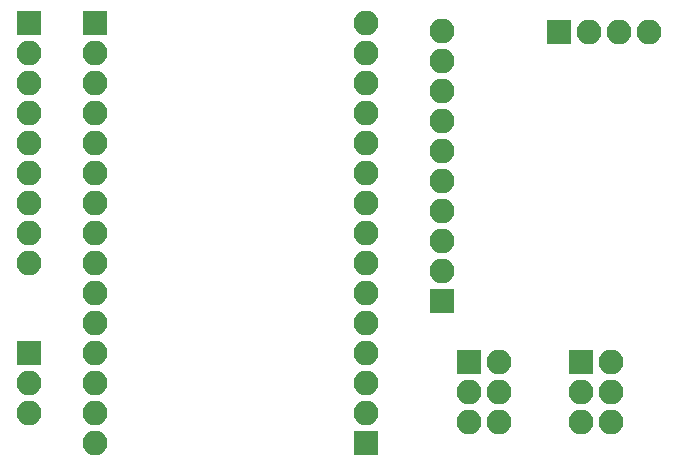
<source format=gbs>
G04 #@! TF.GenerationSoftware,KiCad,Pcbnew,(5.1.5-0-10_14)*
G04 #@! TF.CreationDate,2020-04-27T22:25:58+02:00*
G04 #@! TF.ProjectId,ESP12-Domo,45535031-322d-4446-9f6d-6f2e6b696361,rev?*
G04 #@! TF.SameCoordinates,Original*
G04 #@! TF.FileFunction,Soldermask,Bot*
G04 #@! TF.FilePolarity,Negative*
%FSLAX46Y46*%
G04 Gerber Fmt 4.6, Leading zero omitted, Abs format (unit mm)*
G04 Created by KiCad (PCBNEW (5.1.5-0-10_14)) date 2020-04-27 22:25:58*
%MOMM*%
%LPD*%
G04 APERTURE LIST*
%ADD10R,2.100000X2.100000*%
%ADD11O,2.100000X2.100000*%
G04 APERTURE END LIST*
D10*
X140700000Y-88800000D03*
D11*
X140700000Y-86260000D03*
X140700000Y-83720000D03*
X140700000Y-81180000D03*
X140700000Y-78640000D03*
X140700000Y-76100000D03*
X140700000Y-73560000D03*
X140700000Y-71020000D03*
X140700000Y-68480000D03*
X140700000Y-65940000D03*
D10*
X105700000Y-65300000D03*
D11*
X105700000Y-67840000D03*
X105700000Y-70380000D03*
X105700000Y-72920000D03*
X105700000Y-75460000D03*
X105700000Y-78000000D03*
X105700000Y-80540000D03*
X105700000Y-83080000D03*
X105700000Y-85620000D03*
D10*
X105700000Y-93200000D03*
D11*
X105700000Y-95740000D03*
X105700000Y-98280000D03*
D10*
X111300000Y-65300000D03*
D11*
X111300000Y-67840000D03*
X111300000Y-70380000D03*
X111300000Y-72920000D03*
X111300000Y-75460000D03*
X111300000Y-78000000D03*
X111300000Y-80540000D03*
X111300000Y-83080000D03*
X111300000Y-85620000D03*
X111300000Y-88160000D03*
X111300000Y-90700000D03*
X111300000Y-93240000D03*
X111300000Y-95780000D03*
X111300000Y-98320000D03*
X111300000Y-100860000D03*
D10*
X150600000Y-66000000D03*
D11*
X153140000Y-66000000D03*
X155680000Y-66000000D03*
X158220000Y-66000000D03*
X134300000Y-65290000D03*
X134300000Y-67830000D03*
X134300000Y-70370000D03*
X134300000Y-72910000D03*
X134300000Y-75450000D03*
X134300000Y-77990000D03*
X134300000Y-80530000D03*
X134300000Y-83070000D03*
X134300000Y-85610000D03*
X134300000Y-88150000D03*
X134300000Y-90690000D03*
X134300000Y-93230000D03*
X134300000Y-95770000D03*
X134300000Y-98310000D03*
D10*
X134300000Y-100850000D03*
X143000000Y-93983500D03*
D11*
X145540000Y-93983500D03*
X143000000Y-96523500D03*
X145540000Y-96523500D03*
X143000000Y-99063500D03*
X145540000Y-99063500D03*
X155040000Y-99063500D03*
X152500000Y-99063500D03*
X155040000Y-96523500D03*
X152500000Y-96523500D03*
X155040000Y-93983500D03*
D10*
X152500000Y-93983500D03*
M02*

</source>
